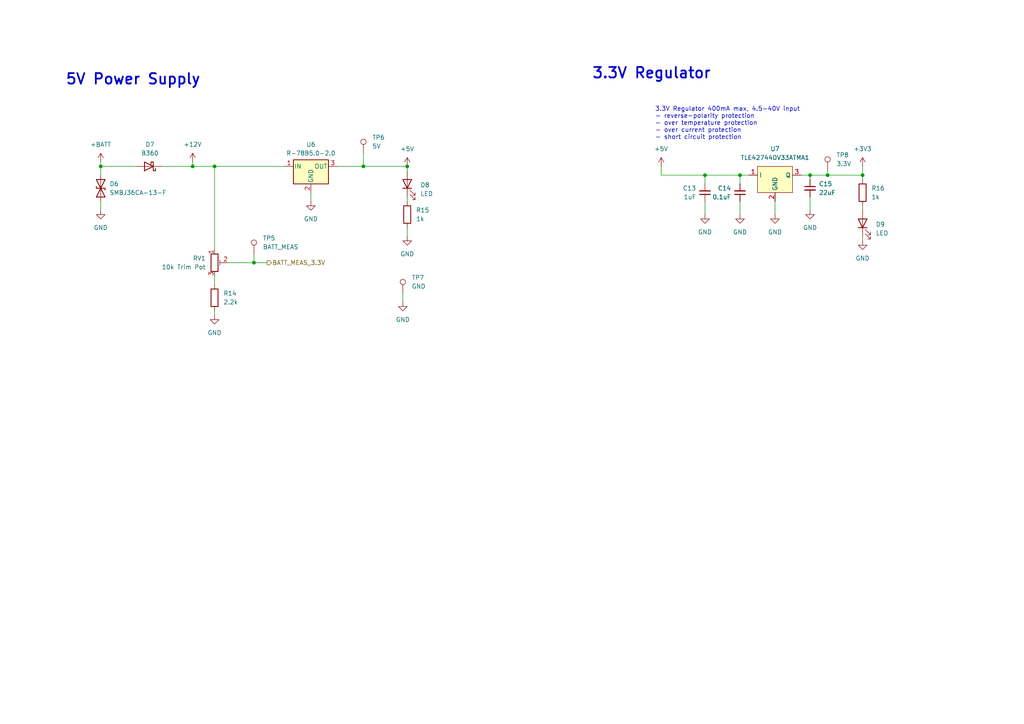
<source format=kicad_sch>
(kicad_sch (version 20250114) (generator "eeschema") (generator_version "9.0")
  (paper "A4")
  (lib_symbols
    (symbol "Connector:TestPoint" (pin_numbers (hide yes)) (pin_names (offset 0.762) (hide yes))
      (property "Reference" "TP" (at 0 6.858 0))
      (property "Value" "TestPoint" (at 0 5.08 0))
      (symbol "TestPoint_0_1"
        (circle (center 0 3.302) (radius 0.762))
      )
      (symbol "TestPoint_1_1"
        (pin passive line (at 0 0 90) (length 2.54) (name "1") (number "1"))
      )
    )
    (symbol "Device:C_Small" (pin_numbers (hide yes)) (pin_names (offset 0.254) (hide yes))
      (property "Reference" "C" (at 0.254 1.778 0))
      (property "Value" "C_Small" (at 0.254 -2.032 0))
      (symbol "C_Small_0_1"
        (polyline (pts (xy -1.524 0.508) (xy 1.524 0.508)) (stroke (width 0.3048)))
        (polyline (pts (xy -1.524 -0.508) (xy 1.524 -0.508)) (stroke (width 0.3302)))
      )
      (symbol "C_Small_1_1"
        (pin passive line (at 0 2.54 270) (length 2.032) (name "~") (number "1"))
        (pin passive line (at 0 -2.54 90) (length 2.032) (name "~") (number "2"))
      )
    )
    (symbol "Device:D_TVS" (pin_numbers (hide yes)) (pin_names (offset 1.016) (hide yes))
      (property "Reference" "D" (at 0 2.54 0))
      (property "Value" "D_TVS" (at 0 -2.54 0))
      (symbol "D_TVS_0_1"
        (polyline (pts (xy -2.54 1.27) (xy -2.54 -1.27) (xy 2.54 1.27) (xy 2.54 -1.27) (xy -2.54 1.27)) (stroke (width 0.254)))
        (polyline (pts (xy 0.508 1.27) (xy 0 1.27) (xy 0 -1.27) (xy -0.508 -1.27)) (stroke (width 0.254)))
        (polyline (pts (xy 1.27 0) (xy -1.27 0)))
      )
      (symbol "D_TVS_1_1"
        (pin passive line (at -3.81 0 0) (length 2.54) (name "A1") (number "1"))
        (pin passive line (at 3.81 0 180) (length 2.54) (name "A2") (number "2"))
      )
    )
    (symbol "Device:LED" (pin_numbers (hide yes)) (pin_names (offset 1.016) (hide yes))
      (property "Reference" "D" (at 0 2.54 0))
      (property "Value" "LED" (at 0 -2.54 0))
      (symbol "LED_0_1"
        (polyline (pts (xy -3.048 -0.762) (xy -4.572 -2.286) (xy -3.81 -2.286) (xy -4.572 -2.286) (xy -4.572 -1.524)))
        (polyline (pts (xy -1.778 -0.762) (xy -3.302 -2.286) (xy -2.54 -2.286) (xy -3.302 -2.286) (xy -3.302 -1.524)))
        (polyline (pts (xy -1.27 0) (xy 1.27 0)))
        (polyline (pts (xy -1.27 -1.27) (xy -1.27 1.27)) (stroke (width 0.254)))
        (polyline (pts (xy 1.27 -1.27) (xy 1.27 1.27) (xy -1.27 0) (xy 1.27 -1.27)) (stroke (width 0.254)))
      )
      (symbol "LED_1_1"
        (pin passive line (at -3.81 0 0) (length 2.54) (name "K") (number "1"))
        (pin passive line (at 3.81 0 180) (length 2.54) (name "A") (number "2"))
      )
    )
    (symbol "Device:R" (pin_numbers (hide yes)) (pin_names (offset 0))
      (property "Reference" "R" (at 2.032 0 90))
      (property "Value" "R" (at 0 0 90))
      (symbol "R_0_1"
        (rectangle (start -1.016 -2.54) (end 1.016 2.54) (stroke (width 0.254)))
      )
      (symbol "R_1_1"
        (pin passive line (at 0 3.81 270) (length 1.27) (name "~") (number "1"))
        (pin passive line (at 0 -3.81 90) (length 1.27) (name "~") (number "2"))
      )
    )
    (symbol "Device:R_Potentiometer_Trim" (pin_names (offset 1.016) (hide yes))
      (property "Reference" "RV" (at -4.445 0 90))
      (property "Value" "R_Potentiometer_Trim" (at -2.54 0 90))
      (symbol "R_Potentiometer_Trim_0_1"
        (rectangle (start 1.016 2.54) (end -1.016 -2.54) (stroke (width 0.254)))
        (polyline (pts (xy 1.524 0.762) (xy 1.524 -0.762)))
        (polyline (pts (xy 2.54 0) (xy 1.524 0)))
      )
      (symbol "R_Potentiometer_Trim_1_1"
        (pin passive line (at 0 3.81 270) (length 1.27) (name "1") (number "1"))
        (pin passive line (at 0 -3.81 90) (length 1.27) (name "3") (number "3"))
        (pin passive line (at 3.81 0 180) (length 1.27) (name "2") (number "2"))
      )
    )
    (symbol "Diode:B360" (pin_numbers (hide yes)) (pin_names (offset 1.016) (hide yes))
      (property "Reference" "D" (at 0 2.54 0))
      (property "Value" "B360" (at 0 -2.54 0))
      (symbol "B360_0_1"
        (polyline (pts (xy -1.905 0.635) (xy -1.905 1.27) (xy -1.27 1.27) (xy -1.27 -1.27) (xy -0.635 -1.27) (xy -0.635 -0.635)) (stroke (width 0.254)))
        (polyline (pts (xy 1.27 1.27) (xy 1.27 -1.27) (xy -1.27 0) (xy 1.27 1.27)) (stroke (width 0.254)))
        (polyline (pts (xy 1.27 0) (xy -1.27 0)))
      )
      (symbol "B360_1_1"
        (pin passive line (at -3.81 0 0) (length 2.54) (name "K") (number "1"))
        (pin passive line (at 3.81 0 180) (length 2.54) (name "A") (number "2"))
      )
    )
    (symbol "GND_1" (power) (pin_numbers (hide yes)) (pin_names (offset 0) (hide yes))
      (property "Value" "GND" (at 0 -3.81 0))
      (symbol "GND_1_0_1"
        (polyline (pts (xy 0 0) (xy 0 -1.27) (xy 1.27 -1.27) (xy 0 -2.54) (xy -1.27 -1.27) (xy 0 -1.27)))
      )
      (symbol "GND_1_1_1"
        (pin power_in line (at 0 0 270) (length 0) (name "~") (number "1"))
      )
    )
    (symbol "GND_2" (power) (pin_numbers (hide yes)) (pin_names (offset 0) (hide yes))
      (property "Value" "GND" (at 0 -3.81 0))
      (symbol "GND_2_0_1"
        (polyline (pts (xy 0 0) (xy 0 -1.27) (xy 1.27 -1.27) (xy 0 -2.54) (xy -1.27 -1.27) (xy 0 -1.27)))
      )
      (symbol "GND_2_1_1"
        (pin power_in line (at 0 0 270) (length 0) (name "~") (number "1"))
      )
    )
    (symbol "GND_3" (power) (pin_numbers (hide yes)) (pin_names (offset 0) (hide yes))
      (property "Value" "GND" (at 0 -3.81 0))
      (symbol "GND_3_0_1"
        (polyline (pts (xy 0 0) (xy 0 -1.27) (xy 1.27 -1.27) (xy 0 -2.54) (xy -1.27 -1.27) (xy 0 -1.27)))
      )
      (symbol "GND_3_1_1"
        (pin power_in line (at 0 0 270) (length 0) (name "~") (number "1"))
      )
    )
    (symbol "LED_1" (pin_numbers (hide yes)) (pin_names (offset 1.016) (hide yes))
      (property "Reference" "D" (at 0 2.54 0))
      (property "Value" "LED" (at 0 -2.54 0))
      (symbol "LED_1_0_1"
        (polyline (pts (xy -3.048 -0.762) (xy -4.572 -2.286) (xy -3.81 -2.286) (xy -4.572 -2.286) (xy -4.572 -1.524)))
        (polyline (pts (xy -1.778 -0.762) (xy -3.302 -2.286) (xy -2.54 -2.286) (xy -3.302 -2.286) (xy -3.302 -1.524)))
        (polyline (pts (xy -1.27 0) (xy 1.27 0)))
        (polyline (pts (xy -1.27 -1.27) (xy -1.27 1.27)) (stroke (width 0.254)))
        (polyline (pts (xy 1.27 -1.27) (xy 1.27 1.27) (xy -1.27 0) (xy 1.27 -1.27)) (stroke (width 0.254)))
      )
      (symbol "LED_1_1_1"
        (pin passive line (at -3.81 0 0) (length 2.54) (name "K") (number "1"))
        (pin passive line (at 3.81 0 180) (length 2.54) (name "A") (number "2"))
      )
    )
    (symbol "Regulator_Switching:R-78B5.0-2.0" (pin_names (offset 0.254))
      (property "Reference" "U" (at -3.81 3.175 0))
      (property "Value" "R-78B5.0-2.0" (at 0 3.175 0))
      (symbol "R-78B5.0-2.0_0_1"
        (rectangle (start -5.08 1.905) (end 5.08 -5.08) (stroke (width 0.254)) (fill (type background)))
      )
      (symbol "R-78B5.0-2.0_1_1"
        (pin power_in line (at -7.62 0 0) (length 2.54) (name "IN") (number "1"))
        (pin power_in line (at 0 -7.62 90) (length 2.54) (name "GND") (number "2"))
        (pin power_out line (at 7.62 0 180) (length 2.54) (name "OUT") (number "3"))
      )
    )
    (symbol "canbus_tire_temp_sensor:TLE42744DV33ATMA1"
      (property "Reference" "U" (at 3.81 -5.08 0))
      (property "Value" "TLE42744DV33ATMA1" (at 0 5.08 0))
      (symbol "TLE42744DV33ATMA1_0_0"
        (pin power_out line (at -7.62 1.27 0) (length 2.54) (name "I") (number "1"))
        (pin power_out line (at 0 -6.35 90) (length 2.54) (name "GND") (number "2"))
        (pin power_out line (at 7.62 1.27 180) (length 2.54) (name "Q") (number "3"))
      )
      (symbol "TLE42744DV33ATMA1_0_1"
        (rectangle (start -5.08 3.81) (end 5.08 -3.81) (fill (type background)))
      )
    )
    (symbol "power:+12V" (power) (pin_numbers (hide yes)) (pin_names (offset 0) (hide yes))
      (property "Value" "+12V" (at 0 3.556 0))
      (symbol "+12V_0_1"
        (polyline (pts (xy -0.762 1.27) (xy 0 2.54)))
        (polyline (pts (xy 0 2.54) (xy 0.762 1.27)))
        (polyline (pts (xy 0 0) (xy 0 2.54)))
      )
      (symbol "+12V_1_1"
        (pin power_in line (at 0 0 90) (length 0) (name "~") (number "1"))
      )
    )
    (symbol "power:+3.3V" (power) (pin_names (offset 0))
      (property "Value" "+3.3V" (at 0 3.556 0))
      (symbol "+3.3V_0_1"
        (polyline (pts (xy -0.762 1.27) (xy 0 2.54)))
        (polyline (pts (xy 0 2.54) (xy 0.762 1.27)))
        (polyline (pts (xy 0 0) (xy 0 2.54)))
      )
      (symbol "+3.3V_1_1"
        (pin power_in line (at 0 0 90) (length 0) (hide yes) (name "+3V3") (number "1"))
      )
    )
    (symbol "power:+5V" (power) (pin_numbers (hide yes)) (pin_names (offset 0) (hide yes))
      (property "Value" "+5V" (at 0 3.556 0))
      (symbol "+5V_0_1"
        (polyline (pts (xy -0.762 1.27) (xy 0 2.54)))
        (polyline (pts (xy 0 2.54) (xy 0.762 1.27)))
        (polyline (pts (xy 0 0) (xy 0 2.54)))
      )
      (symbol "+5V_1_1"
        (pin power_in line (at 0 0 90) (length 0) (name "~") (number "1"))
      )
    )
    (symbol "power:+BATT" (power) (pin_numbers (hide yes)) (pin_names (offset 0) (hide yes))
      (property "Value" "+BATT" (at 0 3.556 0))
      (symbol "+BATT_0_1"
        (polyline (pts (xy -0.762 1.27) (xy 0 2.54)))
        (polyline (pts (xy 0 2.54) (xy 0.762 1.27)))
        (polyline (pts (xy 0 0) (xy 0 2.54)))
      )
      (symbol "+BATT_1_1"
        (pin power_in line (at 0 0 90) (length 0) (name "~") (number "1"))
      )
    )
    (symbol "power:GND" (power) (pin_names (offset 0))
      (property "Value" "GND" (at 0 -3.81 0))
      (symbol "GND_0_1"
        (polyline (pts (xy 0 0) (xy 0 -1.27) (xy 1.27 -1.27) (xy 0 -2.54) (xy -1.27 -1.27) (xy 0 -1.27)))
      )
      (symbol "GND_1_1"
        (pin power_in line (at 0 0 270) (length 0) (hide yes) (name "GND") (number "1"))
      )
    )
  )
  (text "3.3V Regulator" (at 188.976 21.336 0) (effects (font (size 3.048 3.048) (thickness 0.508) (bold yes))))
  (text "3.3V Regulator 400mA max, 4.5-40V input\n- reverse-polarity protection\n- over temperature protection\n- over current protection\n- short circuit protection" (at 189.992 40.64 0) (effects (font (size 1.27 1.27)) (justify left bottom)))
  (text "5V Power Supply" (at 38.608 23.114 0) (effects (font (size 3.048 3.048) (thickness 0.508) (bold yes))))
  (junction (at 73.66 76.2))
  (junction (at 240.03 50.8))
  (junction (at 55.88 48.26))
  (junction (at 62.23 48.26))
  (junction (at 214.63 50.8))
  (junction (at 250.19 50.8))
  (junction (at 29.21 48.26))
  (junction (at 234.95 50.8))
  (junction (at 204.47 50.8))
  (junction (at 118.11 48.26))
  (junction (at 105.41 48.26))
  (wire (pts (xy 62.23 48.26) (xy 62.23 72.39)))
  (wire (pts (xy 73.66 76.2) (xy 66.04 76.2)))
  (wire (pts (xy 118.11 48.26) (xy 118.11 49.53)))
  (wire (pts (xy 29.21 46.99) (xy 29.21 48.26)))
  (wire (pts (xy 204.47 53.34) (xy 204.47 50.8)))
  (wire (pts (xy 116.84 85.09) (xy 116.84 87.63)))
  (wire (pts (xy 240.03 50.8) (xy 250.19 50.8)))
  (wire (pts (xy 118.11 66.04) (xy 118.11 68.58)))
  (wire (pts (xy 73.66 76.2) (xy 77.47 76.2)))
  (wire (pts (xy 234.95 57.15) (xy 234.95 60.96)))
  (wire (pts (xy 29.21 48.26) (xy 39.37 48.26)))
  (wire (pts (xy 191.77 48.26) (xy 191.77 50.8)))
  (wire (pts (xy 214.63 53.34) (xy 214.63 50.8)))
  (wire (pts (xy 55.88 48.26) (xy 62.23 48.26)))
  (wire (pts (xy 234.95 52.07) (xy 234.95 50.8)))
  (wire (pts (xy 62.23 90.17) (xy 62.23 91.44)))
  (wire (pts (xy 234.95 50.8) (xy 232.41 50.8)))
  (wire (pts (xy 62.23 80.01) (xy 62.23 82.55)))
  (wire (pts (xy 29.21 58.42) (xy 29.21 60.96)))
  (wire (pts (xy 214.63 58.42) (xy 214.63 62.23)))
  (wire (pts (xy 118.11 57.15) (xy 118.11 58.42)))
  (wire (pts (xy 73.66 73.66) (xy 73.66 76.2)))
  (wire (pts (xy 204.47 50.8) (xy 214.63 50.8)))
  (wire (pts (xy 240.03 49.53) (xy 240.03 50.8)))
  (wire (pts (xy 90.17 55.88) (xy 90.17 58.42)))
  (wire (pts (xy 62.23 48.26) (xy 82.55 48.26)))
  (wire (pts (xy 105.41 48.26) (xy 118.11 48.26)))
  (wire (pts (xy 214.63 50.8) (xy 217.17 50.8)))
  (wire (pts (xy 250.19 59.69) (xy 250.19 60.96)))
  (wire (pts (xy 250.19 50.8) (xy 250.19 52.07)))
  (wire (pts (xy 250.19 48.26) (xy 250.19 50.8)))
  (wire (pts (xy 191.77 50.8) (xy 204.47 50.8)))
  (wire (pts (xy 46.99 48.26) (xy 55.88 48.26)))
  (wire (pts (xy 250.19 68.58) (xy 250.19 69.85)))
  (wire (pts (xy 105.41 44.45) (xy 105.41 48.26)))
  (wire (pts (xy 55.88 46.99) (xy 55.88 48.26)))
  (wire (pts (xy 234.95 50.8) (xy 240.03 50.8)))
  (wire (pts (xy 224.79 58.42) (xy 224.79 62.23)))
  (wire (pts (xy 204.47 58.42) (xy 204.47 62.23)))
  (wire (pts (xy 97.79 48.26) (xy 105.41 48.26)))
  (wire (pts (xy 29.21 48.26) (xy 29.21 50.8)))
  (hierarchical_label "BATT_MEAS_3.3V" (shape output) (at 77.47 76.2 0))
  (symbol (lib_name "LED_1") (lib_id "Device:LED") (at 118.11 53.34 90) (unit 1)
    (property "Reference" "D8" (at 121.92 53.6574 90) (effects (justify right)))
    (property "Value" "LED" (at 121.92 56.1974 90) (effects (justify right)))
    (property "Footprint" "LED_SMD:LED_0603_1608Metric" (effects (hide yes)))
    (property "Description" "Light emitting diode" (effects (hide yes)))
    (property "Sim.Pins" "1=K 2=A" (effects (hide yes)))
  )
  (symbol (lib_id "Connector:TestPoint") (at 73.66 73.66 0) (unit 1)
    (property "Reference" "TP5" (at 76.2 69.0879 0) (effects (justify left)))
    (property "Value" "BATT_MEAS" (at 76.2 71.6279 0) (effects (justify left)))
    (property "Footprint" "TestPoint:TestPoint_Pad_D1.0mm" (effects (hide yes)))
    (property "Description" "test point" (effects (hide yes)))
  )
  (symbol (lib_id "power:GND") (at 116.84 87.63 0) (unit 1)
    (property "Reference" "#PWR045" (effects (hide yes)))
    (property "Value" "GND" (at 116.84 92.71 0))
  )
  (symbol (lib_name "GND_2") (lib_id "power:GND") (at 118.11 68.58 0) (unit 1)
    (property "Reference" "#PWR047" (effects (hide yes)))
    (property "Value" "GND" (at 118.11 73.66 0))
    (property "Description" "Power symbol creates a global label with name \"GND\" , ground" (effects (hide yes)))
  )
  (symbol (lib_id "Device:R") (at 118.11 62.23 0) (unit 1)
    (property "Reference" "R15" (at 120.65 60.9599 0) (effects (justify left)))
    (property "Value" "1k" (at 120.65 63.4999 0) (effects (justify left)))
    (property "Footprint" "Resistor_SMD:R_0603_1608Metric" (effects (hide yes)))
    (property "Description" "Resistor" (effects (hide yes)))
  )
  (symbol (lib_id "power:GND") (at 204.47 62.23 0) (unit 1)
    (property "Reference" "#PWR049" (effects (hide yes)))
    (property "Value" "GND" (at 204.47 67.31 0))
  )
  (symbol (lib_id "power:+5V") (at 118.11 48.26 0) (unit 1)
    (property "Reference" "#PWR046" (effects (hide yes)))
    (property "Value" "+5V" (at 118.11 43.18 0))
    (property "Description" "Power symbol creates a global label with name \"+5V\"" (effects (hide yes)))
  )
  (symbol (lib_id "power:+5V") (at 191.77 48.26 0) (unit 1)
    (property "Reference" "#PWR048" (effects (hide yes)))
    (property "Value" "+5V" (at 191.77 43.18 0))
    (property "Description" "Power symbol creates a global label with name \"+5V\"" (effects (hide yes)))
  )
  (symbol (lib_id "Regulator_Switching:R-78B5.0-2.0") (at 90.17 48.26 0) (unit 1)
    (property "Reference" "U6" (at 90.17 41.91 0))
    (property "Value" "R-78B5.0-2.0" (at 90.17 44.45 0))
    (property "Footprint" "Converter_DCDC:Converter_DCDC_RECOM_R-78B-2.0_THT" (effects (hide yes)))
    (property "Datasheet" "https://www.recom-power.com/pdf/Innoline/R-78Bxx-2.0.pdf" (effects (hide yes)))
    (property "Description" "2A Step-Down DC/DC-Regulator, 6.5-32V input, 5.0V fixed Output Voltage, LM78xx replacement, -40°C to +85°C, SIP3" (effects (hide yes)))
  )
  (symbol (lib_id "Connector:TestPoint") (at 240.03 49.53 0) (unit 1)
    (property "Reference" "TP8" (at 242.57 44.9579 0) (effects (justify left)))
    (property "Value" "3.3V" (at 242.57 47.4979 0) (effects (justify left)))
    (property "Footprint" "TestPoint:TestPoint_Pad_D1.0mm" (effects (hide yes)))
  )
  (symbol (lib_id "power:+3.3V") (at 250.19 48.26 0) (unit 1)
    (property "Reference" "#PWR053" (effects (hide yes)))
    (property "Value" "+3V3" (at 250.19 43.18 0))
  )
  (symbol (lib_id "canbus_tire_temp_sensor:TLE42744DV33ATMA1") (at 224.79 52.07 0) (unit 1)
    (property "Reference" "U7" (at 224.79 43.18 0))
    (property "Value" "TLE42744DV33ATMA1" (at 224.79 45.72 0))
    (property "Footprint" "Package_TO_SOT_SMD:TO-252-3_TabPin2" (effects (hide yes)))
  )
  (symbol (lib_id "Device:R_Potentiometer_Trim") (at 62.23 76.2 0) (unit 1)
    (property "Reference" "RV1" (at 59.69 74.9299 0) (effects (justify right)))
    (property "Value" "10k Trim Pot" (at 59.69 77.4699 0) (effects (justify right)))
    (property "Footprint" "Potentiometer_SMD:Potentiometer_Bourns_TC33X_Vertical" (effects (hide yes)))
    (property "Description" "Trim-potentiometer" (effects (hide yes)))
  )
  (symbol (lib_id "Device:R") (at 250.19 55.88 0) (unit 1)
    (property "Reference" "R16" (at 252.73 54.6099 0) (effects (justify left)))
    (property "Value" "1k" (at 252.73 57.1499 0) (effects (justify left)))
    (property "Footprint" "Resistor_SMD:R_0603_1608Metric" (effects (hide yes)))
  )
  (symbol (lib_id "Device:D_TVS") (at 29.21 54.61 270) (unit 1)
    (property "Reference" "D6" (at 31.75 53.3399 90) (effects (justify left)))
    (property "Value" "SMBJ36CA-13-F" (at 31.75 55.8799 90) (effects (justify left)))
    (property "Footprint" "Diode_SMD:D_SMB" (effects (hide yes)))
  )
  (symbol (lib_id "Device:LED") (at 250.19 64.77 90) (unit 1)
    (property "Reference" "D9" (at 254 65.0874 90) (effects (justify right)))
    (property "Value" "LED" (at 254 67.6274 90) (effects (justify right)))
    (property "Footprint" "LED_SMD:LED_0603_1608Metric" (effects (hide yes)))
  )
  (symbol (lib_id "power:GND") (at 234.95 60.96 0) (unit 1)
    (property "Reference" "#PWR052" (effects (hide yes)))
    (property "Value" "GND" (at 234.95 66.04 0))
  )
  (symbol (lib_id "Device:C_Small") (at 204.47 55.88 0) (mirror x) (unit 1)
    (property "Reference" "C13" (at 201.93 54.6035 0) (effects (justify right)))
    (property "Value" "1uF" (at 201.93 57.1435 0) (effects (justify right)))
    (property "Footprint" "Capacitor_SMD:C_0603_1608Metric" (effects (hide yes)))
  )
  (symbol (lib_id "power:GND") (at 250.19 69.85 0) (unit 1)
    (property "Reference" "#PWR054" (effects (hide yes)))
    (property "Value" "GND" (at 250.19 74.93 0))
  )
  (symbol (lib_id "Connector:TestPoint") (at 116.84 85.09 0) (unit 1)
    (property "Reference" "TP7" (at 119.38 80.5179 0) (effects (justify left)))
    (property "Value" "GND" (at 119.38 83.0579 0) (effects (justify left)))
    (property "Footprint" "TestPoint:TestPoint_Pad_D1.0mm" (effects (hide yes)))
  )
  (symbol (lib_id "power:+BATT") (at 29.21 46.99 0) (unit 1)
    (property "Reference" "#PWR040" (effects (hide yes)))
    (property "Value" "+BATT" (at 29.21 41.91 0))
    (property "Description" "Power symbol creates a global label with name \"+BATT\"" (effects (hide yes)))
  )
  (symbol (lib_id "power:GND") (at 29.21 60.96 0) (unit 1)
    (property "Reference" "#PWR041" (effects (hide yes)))
    (property "Value" "GND" (at 29.21 66.04 0))
  )
  (symbol (lib_id "Device:C_Small") (at 234.95 54.61 0) (mirror y) (unit 1)
    (property "Reference" "C15" (at 237.49 53.3462 0) (effects (justify right)))
    (property "Value" "22uF" (at 237.49 55.8862 0) (effects (justify right)))
    (property "Footprint" "Capacitor_SMD:C_0805_2012Metric" (effects (hide yes)))
  )
  (symbol (lib_name "GND_1") (lib_id "power:GND") (at 90.17 58.42 0) (unit 1)
    (property "Reference" "#PWR044" (effects (hide yes)))
    (property "Value" "GND" (at 90.17 63.5 0))
    (property "Description" "Power symbol creates a global label with name \"GND\" , ground" (effects (hide yes)))
  )
  (symbol (lib_id "Connector:TestPoint") (at 105.41 44.45 0) (unit 1)
    (property "Reference" "TP6" (at 107.95 39.8779 0) (effects (justify left)))
    (property "Value" "5V" (at 107.95 42.4179 0) (effects (justify left)))
    (property "Footprint" "TestPoint:TestPoint_Pad_D1.0mm" (effects (hide yes)))
  )
  (symbol (lib_id "Diode:B360") (at 43.18 48.26 180) (unit 1)
    (property "Reference" "D7" (at 43.4975 41.91 0))
    (property "Value" "B360" (at 43.4975 44.45 0))
    (property "Footprint" "Diode_SMD:D_SMC" (effects (hide yes)))
    (property "Datasheet" "http://www.jameco.com/Jameco/Products/ProdDS/1538777.pdf" (effects (hide yes)))
    (property "Description" "60V 3A Schottky Barrier Rectifier Diode, SMC" (effects (hide yes)))
  )
  (symbol (lib_name "GND_3") (lib_id "power:GND") (at 62.23 91.44 0) (unit 1)
    (property "Reference" "#PWR043" (effects (hide yes)))
    (property "Value" "GND" (at 62.23 96.52 0))
    (property "Description" "Power symbol creates a global label with name \"GND\" , ground" (effects (hide yes)))
  )
  (symbol (lib_id "power:GND") (at 214.63 62.23 0) (unit 1)
    (property "Reference" "#PWR050" (effects (hide yes)))
    (property "Value" "GND" (at 214.63 67.31 0))
  )
  (symbol (lib_id "Device:C_Small") (at 214.63 55.88 0) (mirror x) (unit 1)
    (property "Reference" "C14" (at 212.09 54.6035 0) (effects (justify right)))
    (property "Value" "0.1uF" (at 212.09 57.15 0) (effects (justify right)))
    (property "Footprint" "Capacitor_SMD:C_0603_1608Metric" (effects (hide yes)))
  )
  (symbol (lib_id "power:GND") (at 224.79 62.23 0) (unit 1)
    (property "Reference" "#PWR051" (effects (hide yes)))
    (property "Value" "GND" (at 224.79 67.31 0))
  )
  (symbol (lib_id "power:+12V") (at 55.88 46.99 0) (unit 1)
    (property "Reference" "#PWR042" (effects (hide yes)))
    (property "Value" "+12V" (at 55.88 41.91 0))
    (property "Description" "Power symbol creates a global label with name \"+12V\"" (effects (hide yes)))
  )
  (symbol (lib_id "Device:R") (at 62.23 86.36 0) (unit 1)
    (property "Reference" "R14" (at 64.77 85.0899 0) (effects (justify left)))
    (property "Value" "2.2k" (at 64.77 87.6299 0) (effects (justify left)))
    (property "Footprint" "Resistor_SMD:R_0603_1608Metric" (effects (hide yes)))
    (property "Description" "Resistor" (effects (hide yes)))
  )
)
</source>
